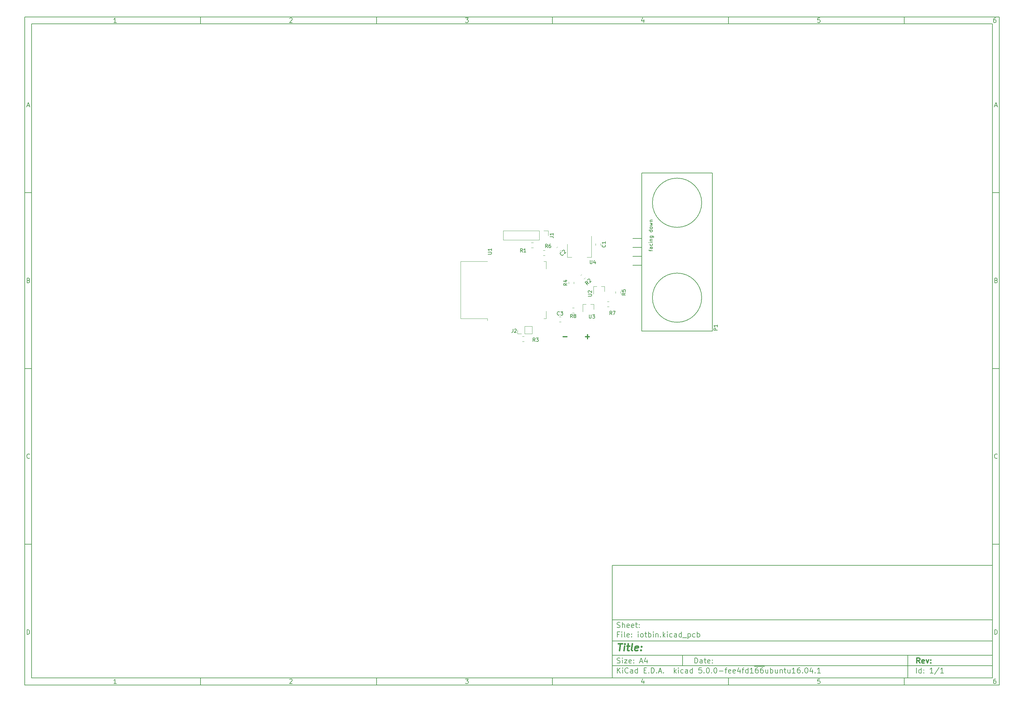
<source format=gbr>
G04 #@! TF.GenerationSoftware,KiCad,Pcbnew,5.0.0-fee4fd1~66~ubuntu16.04.1*
G04 #@! TF.CreationDate,2018-09-18T23:27:24+02:00*
G04 #@! TF.ProjectId,iotbin,696F7462696E2E6B696361645F706362,rev?*
G04 #@! TF.SameCoordinates,Original*
G04 #@! TF.FileFunction,Legend,Top*
G04 #@! TF.FilePolarity,Positive*
%FSLAX46Y46*%
G04 Gerber Fmt 4.6, Leading zero omitted, Abs format (unit mm)*
G04 Created by KiCad (PCBNEW 5.0.0-fee4fd1~66~ubuntu16.04.1) date Tue Sep 18 23:27:24 2018*
%MOMM*%
%LPD*%
G01*
G04 APERTURE LIST*
%ADD10C,0.100000*%
%ADD11C,0.150000*%
%ADD12C,0.300000*%
%ADD13C,0.400000*%
%ADD14C,0.120000*%
G04 APERTURE END LIST*
D10*
D11*
X177002200Y-166007200D02*
X177002200Y-198007200D01*
X285002200Y-198007200D01*
X285002200Y-166007200D01*
X177002200Y-166007200D01*
D10*
D11*
X10000000Y-10000000D02*
X10000000Y-200007200D01*
X287002200Y-200007200D01*
X287002200Y-10000000D01*
X10000000Y-10000000D01*
D10*
D11*
X12000000Y-12000000D02*
X12000000Y-198007200D01*
X285002200Y-198007200D01*
X285002200Y-12000000D01*
X12000000Y-12000000D01*
D10*
D11*
X60000000Y-12000000D02*
X60000000Y-10000000D01*
D10*
D11*
X110000000Y-12000000D02*
X110000000Y-10000000D01*
D10*
D11*
X160000000Y-12000000D02*
X160000000Y-10000000D01*
D10*
D11*
X210000000Y-12000000D02*
X210000000Y-10000000D01*
D10*
D11*
X260000000Y-12000000D02*
X260000000Y-10000000D01*
D10*
D11*
X36065476Y-11588095D02*
X35322619Y-11588095D01*
X35694047Y-11588095D02*
X35694047Y-10288095D01*
X35570238Y-10473809D01*
X35446428Y-10597619D01*
X35322619Y-10659523D01*
D10*
D11*
X85322619Y-10411904D02*
X85384523Y-10350000D01*
X85508333Y-10288095D01*
X85817857Y-10288095D01*
X85941666Y-10350000D01*
X86003571Y-10411904D01*
X86065476Y-10535714D01*
X86065476Y-10659523D01*
X86003571Y-10845238D01*
X85260714Y-11588095D01*
X86065476Y-11588095D01*
D10*
D11*
X135260714Y-10288095D02*
X136065476Y-10288095D01*
X135632142Y-10783333D01*
X135817857Y-10783333D01*
X135941666Y-10845238D01*
X136003571Y-10907142D01*
X136065476Y-11030952D01*
X136065476Y-11340476D01*
X136003571Y-11464285D01*
X135941666Y-11526190D01*
X135817857Y-11588095D01*
X135446428Y-11588095D01*
X135322619Y-11526190D01*
X135260714Y-11464285D01*
D10*
D11*
X185941666Y-10721428D02*
X185941666Y-11588095D01*
X185632142Y-10226190D02*
X185322619Y-11154761D01*
X186127380Y-11154761D01*
D10*
D11*
X236003571Y-10288095D02*
X235384523Y-10288095D01*
X235322619Y-10907142D01*
X235384523Y-10845238D01*
X235508333Y-10783333D01*
X235817857Y-10783333D01*
X235941666Y-10845238D01*
X236003571Y-10907142D01*
X236065476Y-11030952D01*
X236065476Y-11340476D01*
X236003571Y-11464285D01*
X235941666Y-11526190D01*
X235817857Y-11588095D01*
X235508333Y-11588095D01*
X235384523Y-11526190D01*
X235322619Y-11464285D01*
D10*
D11*
X285941666Y-10288095D02*
X285694047Y-10288095D01*
X285570238Y-10350000D01*
X285508333Y-10411904D01*
X285384523Y-10597619D01*
X285322619Y-10845238D01*
X285322619Y-11340476D01*
X285384523Y-11464285D01*
X285446428Y-11526190D01*
X285570238Y-11588095D01*
X285817857Y-11588095D01*
X285941666Y-11526190D01*
X286003571Y-11464285D01*
X286065476Y-11340476D01*
X286065476Y-11030952D01*
X286003571Y-10907142D01*
X285941666Y-10845238D01*
X285817857Y-10783333D01*
X285570238Y-10783333D01*
X285446428Y-10845238D01*
X285384523Y-10907142D01*
X285322619Y-11030952D01*
D10*
D11*
X60000000Y-198007200D02*
X60000000Y-200007200D01*
D10*
D11*
X110000000Y-198007200D02*
X110000000Y-200007200D01*
D10*
D11*
X160000000Y-198007200D02*
X160000000Y-200007200D01*
D10*
D11*
X210000000Y-198007200D02*
X210000000Y-200007200D01*
D10*
D11*
X260000000Y-198007200D02*
X260000000Y-200007200D01*
D10*
D11*
X36065476Y-199595295D02*
X35322619Y-199595295D01*
X35694047Y-199595295D02*
X35694047Y-198295295D01*
X35570238Y-198481009D01*
X35446428Y-198604819D01*
X35322619Y-198666723D01*
D10*
D11*
X85322619Y-198419104D02*
X85384523Y-198357200D01*
X85508333Y-198295295D01*
X85817857Y-198295295D01*
X85941666Y-198357200D01*
X86003571Y-198419104D01*
X86065476Y-198542914D01*
X86065476Y-198666723D01*
X86003571Y-198852438D01*
X85260714Y-199595295D01*
X86065476Y-199595295D01*
D10*
D11*
X135260714Y-198295295D02*
X136065476Y-198295295D01*
X135632142Y-198790533D01*
X135817857Y-198790533D01*
X135941666Y-198852438D01*
X136003571Y-198914342D01*
X136065476Y-199038152D01*
X136065476Y-199347676D01*
X136003571Y-199471485D01*
X135941666Y-199533390D01*
X135817857Y-199595295D01*
X135446428Y-199595295D01*
X135322619Y-199533390D01*
X135260714Y-199471485D01*
D10*
D11*
X185941666Y-198728628D02*
X185941666Y-199595295D01*
X185632142Y-198233390D02*
X185322619Y-199161961D01*
X186127380Y-199161961D01*
D10*
D11*
X236003571Y-198295295D02*
X235384523Y-198295295D01*
X235322619Y-198914342D01*
X235384523Y-198852438D01*
X235508333Y-198790533D01*
X235817857Y-198790533D01*
X235941666Y-198852438D01*
X236003571Y-198914342D01*
X236065476Y-199038152D01*
X236065476Y-199347676D01*
X236003571Y-199471485D01*
X235941666Y-199533390D01*
X235817857Y-199595295D01*
X235508333Y-199595295D01*
X235384523Y-199533390D01*
X235322619Y-199471485D01*
D10*
D11*
X285941666Y-198295295D02*
X285694047Y-198295295D01*
X285570238Y-198357200D01*
X285508333Y-198419104D01*
X285384523Y-198604819D01*
X285322619Y-198852438D01*
X285322619Y-199347676D01*
X285384523Y-199471485D01*
X285446428Y-199533390D01*
X285570238Y-199595295D01*
X285817857Y-199595295D01*
X285941666Y-199533390D01*
X286003571Y-199471485D01*
X286065476Y-199347676D01*
X286065476Y-199038152D01*
X286003571Y-198914342D01*
X285941666Y-198852438D01*
X285817857Y-198790533D01*
X285570238Y-198790533D01*
X285446428Y-198852438D01*
X285384523Y-198914342D01*
X285322619Y-199038152D01*
D10*
D11*
X10000000Y-60000000D02*
X12000000Y-60000000D01*
D10*
D11*
X10000000Y-110000000D02*
X12000000Y-110000000D01*
D10*
D11*
X10000000Y-160000000D02*
X12000000Y-160000000D01*
D10*
D11*
X10690476Y-35216666D02*
X11309523Y-35216666D01*
X10566666Y-35588095D02*
X11000000Y-34288095D01*
X11433333Y-35588095D01*
D10*
D11*
X11092857Y-84907142D02*
X11278571Y-84969047D01*
X11340476Y-85030952D01*
X11402380Y-85154761D01*
X11402380Y-85340476D01*
X11340476Y-85464285D01*
X11278571Y-85526190D01*
X11154761Y-85588095D01*
X10659523Y-85588095D01*
X10659523Y-84288095D01*
X11092857Y-84288095D01*
X11216666Y-84350000D01*
X11278571Y-84411904D01*
X11340476Y-84535714D01*
X11340476Y-84659523D01*
X11278571Y-84783333D01*
X11216666Y-84845238D01*
X11092857Y-84907142D01*
X10659523Y-84907142D01*
D10*
D11*
X11402380Y-135464285D02*
X11340476Y-135526190D01*
X11154761Y-135588095D01*
X11030952Y-135588095D01*
X10845238Y-135526190D01*
X10721428Y-135402380D01*
X10659523Y-135278571D01*
X10597619Y-135030952D01*
X10597619Y-134845238D01*
X10659523Y-134597619D01*
X10721428Y-134473809D01*
X10845238Y-134350000D01*
X11030952Y-134288095D01*
X11154761Y-134288095D01*
X11340476Y-134350000D01*
X11402380Y-134411904D01*
D10*
D11*
X10659523Y-185588095D02*
X10659523Y-184288095D01*
X10969047Y-184288095D01*
X11154761Y-184350000D01*
X11278571Y-184473809D01*
X11340476Y-184597619D01*
X11402380Y-184845238D01*
X11402380Y-185030952D01*
X11340476Y-185278571D01*
X11278571Y-185402380D01*
X11154761Y-185526190D01*
X10969047Y-185588095D01*
X10659523Y-185588095D01*
D10*
D11*
X287002200Y-60000000D02*
X285002200Y-60000000D01*
D10*
D11*
X287002200Y-110000000D02*
X285002200Y-110000000D01*
D10*
D11*
X287002200Y-160000000D02*
X285002200Y-160000000D01*
D10*
D11*
X285692676Y-35216666D02*
X286311723Y-35216666D01*
X285568866Y-35588095D02*
X286002200Y-34288095D01*
X286435533Y-35588095D01*
D10*
D11*
X286095057Y-84907142D02*
X286280771Y-84969047D01*
X286342676Y-85030952D01*
X286404580Y-85154761D01*
X286404580Y-85340476D01*
X286342676Y-85464285D01*
X286280771Y-85526190D01*
X286156961Y-85588095D01*
X285661723Y-85588095D01*
X285661723Y-84288095D01*
X286095057Y-84288095D01*
X286218866Y-84350000D01*
X286280771Y-84411904D01*
X286342676Y-84535714D01*
X286342676Y-84659523D01*
X286280771Y-84783333D01*
X286218866Y-84845238D01*
X286095057Y-84907142D01*
X285661723Y-84907142D01*
D10*
D11*
X286404580Y-135464285D02*
X286342676Y-135526190D01*
X286156961Y-135588095D01*
X286033152Y-135588095D01*
X285847438Y-135526190D01*
X285723628Y-135402380D01*
X285661723Y-135278571D01*
X285599819Y-135030952D01*
X285599819Y-134845238D01*
X285661723Y-134597619D01*
X285723628Y-134473809D01*
X285847438Y-134350000D01*
X286033152Y-134288095D01*
X286156961Y-134288095D01*
X286342676Y-134350000D01*
X286404580Y-134411904D01*
D10*
D11*
X285661723Y-185588095D02*
X285661723Y-184288095D01*
X285971247Y-184288095D01*
X286156961Y-184350000D01*
X286280771Y-184473809D01*
X286342676Y-184597619D01*
X286404580Y-184845238D01*
X286404580Y-185030952D01*
X286342676Y-185278571D01*
X286280771Y-185402380D01*
X286156961Y-185526190D01*
X285971247Y-185588095D01*
X285661723Y-185588095D01*
D10*
D11*
X200434342Y-193785771D02*
X200434342Y-192285771D01*
X200791485Y-192285771D01*
X201005771Y-192357200D01*
X201148628Y-192500057D01*
X201220057Y-192642914D01*
X201291485Y-192928628D01*
X201291485Y-193142914D01*
X201220057Y-193428628D01*
X201148628Y-193571485D01*
X201005771Y-193714342D01*
X200791485Y-193785771D01*
X200434342Y-193785771D01*
X202577200Y-193785771D02*
X202577200Y-193000057D01*
X202505771Y-192857200D01*
X202362914Y-192785771D01*
X202077200Y-192785771D01*
X201934342Y-192857200D01*
X202577200Y-193714342D02*
X202434342Y-193785771D01*
X202077200Y-193785771D01*
X201934342Y-193714342D01*
X201862914Y-193571485D01*
X201862914Y-193428628D01*
X201934342Y-193285771D01*
X202077200Y-193214342D01*
X202434342Y-193214342D01*
X202577200Y-193142914D01*
X203077200Y-192785771D02*
X203648628Y-192785771D01*
X203291485Y-192285771D02*
X203291485Y-193571485D01*
X203362914Y-193714342D01*
X203505771Y-193785771D01*
X203648628Y-193785771D01*
X204720057Y-193714342D02*
X204577200Y-193785771D01*
X204291485Y-193785771D01*
X204148628Y-193714342D01*
X204077200Y-193571485D01*
X204077200Y-193000057D01*
X204148628Y-192857200D01*
X204291485Y-192785771D01*
X204577200Y-192785771D01*
X204720057Y-192857200D01*
X204791485Y-193000057D01*
X204791485Y-193142914D01*
X204077200Y-193285771D01*
X205434342Y-193642914D02*
X205505771Y-193714342D01*
X205434342Y-193785771D01*
X205362914Y-193714342D01*
X205434342Y-193642914D01*
X205434342Y-193785771D01*
X205434342Y-192857200D02*
X205505771Y-192928628D01*
X205434342Y-193000057D01*
X205362914Y-192928628D01*
X205434342Y-192857200D01*
X205434342Y-193000057D01*
D10*
D11*
X177002200Y-194507200D02*
X285002200Y-194507200D01*
D10*
D11*
X178434342Y-196585771D02*
X178434342Y-195085771D01*
X179291485Y-196585771D02*
X178648628Y-195728628D01*
X179291485Y-195085771D02*
X178434342Y-195942914D01*
X179934342Y-196585771D02*
X179934342Y-195585771D01*
X179934342Y-195085771D02*
X179862914Y-195157200D01*
X179934342Y-195228628D01*
X180005771Y-195157200D01*
X179934342Y-195085771D01*
X179934342Y-195228628D01*
X181505771Y-196442914D02*
X181434342Y-196514342D01*
X181220057Y-196585771D01*
X181077200Y-196585771D01*
X180862914Y-196514342D01*
X180720057Y-196371485D01*
X180648628Y-196228628D01*
X180577200Y-195942914D01*
X180577200Y-195728628D01*
X180648628Y-195442914D01*
X180720057Y-195300057D01*
X180862914Y-195157200D01*
X181077200Y-195085771D01*
X181220057Y-195085771D01*
X181434342Y-195157200D01*
X181505771Y-195228628D01*
X182791485Y-196585771D02*
X182791485Y-195800057D01*
X182720057Y-195657200D01*
X182577200Y-195585771D01*
X182291485Y-195585771D01*
X182148628Y-195657200D01*
X182791485Y-196514342D02*
X182648628Y-196585771D01*
X182291485Y-196585771D01*
X182148628Y-196514342D01*
X182077200Y-196371485D01*
X182077200Y-196228628D01*
X182148628Y-196085771D01*
X182291485Y-196014342D01*
X182648628Y-196014342D01*
X182791485Y-195942914D01*
X184148628Y-196585771D02*
X184148628Y-195085771D01*
X184148628Y-196514342D02*
X184005771Y-196585771D01*
X183720057Y-196585771D01*
X183577200Y-196514342D01*
X183505771Y-196442914D01*
X183434342Y-196300057D01*
X183434342Y-195871485D01*
X183505771Y-195728628D01*
X183577200Y-195657200D01*
X183720057Y-195585771D01*
X184005771Y-195585771D01*
X184148628Y-195657200D01*
X186005771Y-195800057D02*
X186505771Y-195800057D01*
X186720057Y-196585771D02*
X186005771Y-196585771D01*
X186005771Y-195085771D01*
X186720057Y-195085771D01*
X187362914Y-196442914D02*
X187434342Y-196514342D01*
X187362914Y-196585771D01*
X187291485Y-196514342D01*
X187362914Y-196442914D01*
X187362914Y-196585771D01*
X188077200Y-196585771D02*
X188077200Y-195085771D01*
X188434342Y-195085771D01*
X188648628Y-195157200D01*
X188791485Y-195300057D01*
X188862914Y-195442914D01*
X188934342Y-195728628D01*
X188934342Y-195942914D01*
X188862914Y-196228628D01*
X188791485Y-196371485D01*
X188648628Y-196514342D01*
X188434342Y-196585771D01*
X188077200Y-196585771D01*
X189577200Y-196442914D02*
X189648628Y-196514342D01*
X189577200Y-196585771D01*
X189505771Y-196514342D01*
X189577200Y-196442914D01*
X189577200Y-196585771D01*
X190220057Y-196157200D02*
X190934342Y-196157200D01*
X190077200Y-196585771D02*
X190577200Y-195085771D01*
X191077200Y-196585771D01*
X191577200Y-196442914D02*
X191648628Y-196514342D01*
X191577200Y-196585771D01*
X191505771Y-196514342D01*
X191577200Y-196442914D01*
X191577200Y-196585771D01*
X194577200Y-196585771D02*
X194577200Y-195085771D01*
X194720057Y-196014342D02*
X195148628Y-196585771D01*
X195148628Y-195585771D02*
X194577200Y-196157200D01*
X195791485Y-196585771D02*
X195791485Y-195585771D01*
X195791485Y-195085771D02*
X195720057Y-195157200D01*
X195791485Y-195228628D01*
X195862914Y-195157200D01*
X195791485Y-195085771D01*
X195791485Y-195228628D01*
X197148628Y-196514342D02*
X197005771Y-196585771D01*
X196720057Y-196585771D01*
X196577200Y-196514342D01*
X196505771Y-196442914D01*
X196434342Y-196300057D01*
X196434342Y-195871485D01*
X196505771Y-195728628D01*
X196577200Y-195657200D01*
X196720057Y-195585771D01*
X197005771Y-195585771D01*
X197148628Y-195657200D01*
X198434342Y-196585771D02*
X198434342Y-195800057D01*
X198362914Y-195657200D01*
X198220057Y-195585771D01*
X197934342Y-195585771D01*
X197791485Y-195657200D01*
X198434342Y-196514342D02*
X198291485Y-196585771D01*
X197934342Y-196585771D01*
X197791485Y-196514342D01*
X197720057Y-196371485D01*
X197720057Y-196228628D01*
X197791485Y-196085771D01*
X197934342Y-196014342D01*
X198291485Y-196014342D01*
X198434342Y-195942914D01*
X199791485Y-196585771D02*
X199791485Y-195085771D01*
X199791485Y-196514342D02*
X199648628Y-196585771D01*
X199362914Y-196585771D01*
X199220057Y-196514342D01*
X199148628Y-196442914D01*
X199077200Y-196300057D01*
X199077200Y-195871485D01*
X199148628Y-195728628D01*
X199220057Y-195657200D01*
X199362914Y-195585771D01*
X199648628Y-195585771D01*
X199791485Y-195657200D01*
X202362914Y-195085771D02*
X201648628Y-195085771D01*
X201577200Y-195800057D01*
X201648628Y-195728628D01*
X201791485Y-195657200D01*
X202148628Y-195657200D01*
X202291485Y-195728628D01*
X202362914Y-195800057D01*
X202434342Y-195942914D01*
X202434342Y-196300057D01*
X202362914Y-196442914D01*
X202291485Y-196514342D01*
X202148628Y-196585771D01*
X201791485Y-196585771D01*
X201648628Y-196514342D01*
X201577200Y-196442914D01*
X203077200Y-196442914D02*
X203148628Y-196514342D01*
X203077200Y-196585771D01*
X203005771Y-196514342D01*
X203077200Y-196442914D01*
X203077200Y-196585771D01*
X204077200Y-195085771D02*
X204220057Y-195085771D01*
X204362914Y-195157200D01*
X204434342Y-195228628D01*
X204505771Y-195371485D01*
X204577200Y-195657200D01*
X204577200Y-196014342D01*
X204505771Y-196300057D01*
X204434342Y-196442914D01*
X204362914Y-196514342D01*
X204220057Y-196585771D01*
X204077200Y-196585771D01*
X203934342Y-196514342D01*
X203862914Y-196442914D01*
X203791485Y-196300057D01*
X203720057Y-196014342D01*
X203720057Y-195657200D01*
X203791485Y-195371485D01*
X203862914Y-195228628D01*
X203934342Y-195157200D01*
X204077200Y-195085771D01*
X205220057Y-196442914D02*
X205291485Y-196514342D01*
X205220057Y-196585771D01*
X205148628Y-196514342D01*
X205220057Y-196442914D01*
X205220057Y-196585771D01*
X206220057Y-195085771D02*
X206362914Y-195085771D01*
X206505771Y-195157200D01*
X206577200Y-195228628D01*
X206648628Y-195371485D01*
X206720057Y-195657200D01*
X206720057Y-196014342D01*
X206648628Y-196300057D01*
X206577200Y-196442914D01*
X206505771Y-196514342D01*
X206362914Y-196585771D01*
X206220057Y-196585771D01*
X206077200Y-196514342D01*
X206005771Y-196442914D01*
X205934342Y-196300057D01*
X205862914Y-196014342D01*
X205862914Y-195657200D01*
X205934342Y-195371485D01*
X206005771Y-195228628D01*
X206077200Y-195157200D01*
X206220057Y-195085771D01*
X207362914Y-196014342D02*
X208505771Y-196014342D01*
X209005771Y-195585771D02*
X209577200Y-195585771D01*
X209220057Y-196585771D02*
X209220057Y-195300057D01*
X209291485Y-195157200D01*
X209434342Y-195085771D01*
X209577200Y-195085771D01*
X210648628Y-196514342D02*
X210505771Y-196585771D01*
X210220057Y-196585771D01*
X210077200Y-196514342D01*
X210005771Y-196371485D01*
X210005771Y-195800057D01*
X210077200Y-195657200D01*
X210220057Y-195585771D01*
X210505771Y-195585771D01*
X210648628Y-195657200D01*
X210720057Y-195800057D01*
X210720057Y-195942914D01*
X210005771Y-196085771D01*
X211934342Y-196514342D02*
X211791485Y-196585771D01*
X211505771Y-196585771D01*
X211362914Y-196514342D01*
X211291485Y-196371485D01*
X211291485Y-195800057D01*
X211362914Y-195657200D01*
X211505771Y-195585771D01*
X211791485Y-195585771D01*
X211934342Y-195657200D01*
X212005771Y-195800057D01*
X212005771Y-195942914D01*
X211291485Y-196085771D01*
X213291485Y-195585771D02*
X213291485Y-196585771D01*
X212934342Y-195014342D02*
X212577200Y-196085771D01*
X213505771Y-196085771D01*
X213862914Y-195585771D02*
X214434342Y-195585771D01*
X214077200Y-196585771D02*
X214077200Y-195300057D01*
X214148628Y-195157200D01*
X214291485Y-195085771D01*
X214434342Y-195085771D01*
X215577200Y-196585771D02*
X215577200Y-195085771D01*
X215577200Y-196514342D02*
X215434342Y-196585771D01*
X215148628Y-196585771D01*
X215005771Y-196514342D01*
X214934342Y-196442914D01*
X214862914Y-196300057D01*
X214862914Y-195871485D01*
X214934342Y-195728628D01*
X215005771Y-195657200D01*
X215148628Y-195585771D01*
X215434342Y-195585771D01*
X215577200Y-195657200D01*
X217077200Y-196585771D02*
X216220057Y-196585771D01*
X216648628Y-196585771D02*
X216648628Y-195085771D01*
X216505771Y-195300057D01*
X216362914Y-195442914D01*
X216220057Y-195514342D01*
X217362914Y-194677200D02*
X218791485Y-194677200D01*
X218362914Y-195085771D02*
X218077200Y-195085771D01*
X217934342Y-195157200D01*
X217862914Y-195228628D01*
X217720057Y-195442914D01*
X217648628Y-195728628D01*
X217648628Y-196300057D01*
X217720057Y-196442914D01*
X217791485Y-196514342D01*
X217934342Y-196585771D01*
X218220057Y-196585771D01*
X218362914Y-196514342D01*
X218434342Y-196442914D01*
X218505771Y-196300057D01*
X218505771Y-195942914D01*
X218434342Y-195800057D01*
X218362914Y-195728628D01*
X218220057Y-195657200D01*
X217934342Y-195657200D01*
X217791485Y-195728628D01*
X217720057Y-195800057D01*
X217648628Y-195942914D01*
X218791485Y-194677200D02*
X220220057Y-194677200D01*
X219791485Y-195085771D02*
X219505771Y-195085771D01*
X219362914Y-195157200D01*
X219291485Y-195228628D01*
X219148628Y-195442914D01*
X219077200Y-195728628D01*
X219077200Y-196300057D01*
X219148628Y-196442914D01*
X219220057Y-196514342D01*
X219362914Y-196585771D01*
X219648628Y-196585771D01*
X219791485Y-196514342D01*
X219862914Y-196442914D01*
X219934342Y-196300057D01*
X219934342Y-195942914D01*
X219862914Y-195800057D01*
X219791485Y-195728628D01*
X219648628Y-195657200D01*
X219362914Y-195657200D01*
X219220057Y-195728628D01*
X219148628Y-195800057D01*
X219077200Y-195942914D01*
X221220057Y-195585771D02*
X221220057Y-196585771D01*
X220577200Y-195585771D02*
X220577200Y-196371485D01*
X220648628Y-196514342D01*
X220791485Y-196585771D01*
X221005771Y-196585771D01*
X221148628Y-196514342D01*
X221220057Y-196442914D01*
X221934342Y-196585771D02*
X221934342Y-195085771D01*
X221934342Y-195657200D02*
X222077200Y-195585771D01*
X222362914Y-195585771D01*
X222505771Y-195657200D01*
X222577200Y-195728628D01*
X222648628Y-195871485D01*
X222648628Y-196300057D01*
X222577200Y-196442914D01*
X222505771Y-196514342D01*
X222362914Y-196585771D01*
X222077200Y-196585771D01*
X221934342Y-196514342D01*
X223934342Y-195585771D02*
X223934342Y-196585771D01*
X223291485Y-195585771D02*
X223291485Y-196371485D01*
X223362914Y-196514342D01*
X223505771Y-196585771D01*
X223720057Y-196585771D01*
X223862914Y-196514342D01*
X223934342Y-196442914D01*
X224648628Y-195585771D02*
X224648628Y-196585771D01*
X224648628Y-195728628D02*
X224720057Y-195657200D01*
X224862914Y-195585771D01*
X225077200Y-195585771D01*
X225220057Y-195657200D01*
X225291485Y-195800057D01*
X225291485Y-196585771D01*
X225791485Y-195585771D02*
X226362914Y-195585771D01*
X226005771Y-195085771D02*
X226005771Y-196371485D01*
X226077200Y-196514342D01*
X226220057Y-196585771D01*
X226362914Y-196585771D01*
X227505771Y-195585771D02*
X227505771Y-196585771D01*
X226862914Y-195585771D02*
X226862914Y-196371485D01*
X226934342Y-196514342D01*
X227077200Y-196585771D01*
X227291485Y-196585771D01*
X227434342Y-196514342D01*
X227505771Y-196442914D01*
X229005771Y-196585771D02*
X228148628Y-196585771D01*
X228577200Y-196585771D02*
X228577200Y-195085771D01*
X228434342Y-195300057D01*
X228291485Y-195442914D01*
X228148628Y-195514342D01*
X230291485Y-195085771D02*
X230005771Y-195085771D01*
X229862914Y-195157200D01*
X229791485Y-195228628D01*
X229648628Y-195442914D01*
X229577200Y-195728628D01*
X229577200Y-196300057D01*
X229648628Y-196442914D01*
X229720057Y-196514342D01*
X229862914Y-196585771D01*
X230148628Y-196585771D01*
X230291485Y-196514342D01*
X230362914Y-196442914D01*
X230434342Y-196300057D01*
X230434342Y-195942914D01*
X230362914Y-195800057D01*
X230291485Y-195728628D01*
X230148628Y-195657200D01*
X229862914Y-195657200D01*
X229720057Y-195728628D01*
X229648628Y-195800057D01*
X229577200Y-195942914D01*
X231077200Y-196442914D02*
X231148628Y-196514342D01*
X231077200Y-196585771D01*
X231005771Y-196514342D01*
X231077200Y-196442914D01*
X231077200Y-196585771D01*
X232077200Y-195085771D02*
X232220057Y-195085771D01*
X232362914Y-195157200D01*
X232434342Y-195228628D01*
X232505771Y-195371485D01*
X232577200Y-195657200D01*
X232577200Y-196014342D01*
X232505771Y-196300057D01*
X232434342Y-196442914D01*
X232362914Y-196514342D01*
X232220057Y-196585771D01*
X232077200Y-196585771D01*
X231934342Y-196514342D01*
X231862914Y-196442914D01*
X231791485Y-196300057D01*
X231720057Y-196014342D01*
X231720057Y-195657200D01*
X231791485Y-195371485D01*
X231862914Y-195228628D01*
X231934342Y-195157200D01*
X232077200Y-195085771D01*
X233862914Y-195585771D02*
X233862914Y-196585771D01*
X233505771Y-195014342D02*
X233148628Y-196085771D01*
X234077200Y-196085771D01*
X234648628Y-196442914D02*
X234720057Y-196514342D01*
X234648628Y-196585771D01*
X234577200Y-196514342D01*
X234648628Y-196442914D01*
X234648628Y-196585771D01*
X236148628Y-196585771D02*
X235291485Y-196585771D01*
X235720057Y-196585771D02*
X235720057Y-195085771D01*
X235577200Y-195300057D01*
X235434342Y-195442914D01*
X235291485Y-195514342D01*
D10*
D11*
X177002200Y-191507200D02*
X285002200Y-191507200D01*
D10*
D12*
X264411485Y-193785771D02*
X263911485Y-193071485D01*
X263554342Y-193785771D02*
X263554342Y-192285771D01*
X264125771Y-192285771D01*
X264268628Y-192357200D01*
X264340057Y-192428628D01*
X264411485Y-192571485D01*
X264411485Y-192785771D01*
X264340057Y-192928628D01*
X264268628Y-193000057D01*
X264125771Y-193071485D01*
X263554342Y-193071485D01*
X265625771Y-193714342D02*
X265482914Y-193785771D01*
X265197200Y-193785771D01*
X265054342Y-193714342D01*
X264982914Y-193571485D01*
X264982914Y-193000057D01*
X265054342Y-192857200D01*
X265197200Y-192785771D01*
X265482914Y-192785771D01*
X265625771Y-192857200D01*
X265697200Y-193000057D01*
X265697200Y-193142914D01*
X264982914Y-193285771D01*
X266197200Y-192785771D02*
X266554342Y-193785771D01*
X266911485Y-192785771D01*
X267482914Y-193642914D02*
X267554342Y-193714342D01*
X267482914Y-193785771D01*
X267411485Y-193714342D01*
X267482914Y-193642914D01*
X267482914Y-193785771D01*
X267482914Y-192857200D02*
X267554342Y-192928628D01*
X267482914Y-193000057D01*
X267411485Y-192928628D01*
X267482914Y-192857200D01*
X267482914Y-193000057D01*
D10*
D11*
X178362914Y-193714342D02*
X178577200Y-193785771D01*
X178934342Y-193785771D01*
X179077200Y-193714342D01*
X179148628Y-193642914D01*
X179220057Y-193500057D01*
X179220057Y-193357200D01*
X179148628Y-193214342D01*
X179077200Y-193142914D01*
X178934342Y-193071485D01*
X178648628Y-193000057D01*
X178505771Y-192928628D01*
X178434342Y-192857200D01*
X178362914Y-192714342D01*
X178362914Y-192571485D01*
X178434342Y-192428628D01*
X178505771Y-192357200D01*
X178648628Y-192285771D01*
X179005771Y-192285771D01*
X179220057Y-192357200D01*
X179862914Y-193785771D02*
X179862914Y-192785771D01*
X179862914Y-192285771D02*
X179791485Y-192357200D01*
X179862914Y-192428628D01*
X179934342Y-192357200D01*
X179862914Y-192285771D01*
X179862914Y-192428628D01*
X180434342Y-192785771D02*
X181220057Y-192785771D01*
X180434342Y-193785771D01*
X181220057Y-193785771D01*
X182362914Y-193714342D02*
X182220057Y-193785771D01*
X181934342Y-193785771D01*
X181791485Y-193714342D01*
X181720057Y-193571485D01*
X181720057Y-193000057D01*
X181791485Y-192857200D01*
X181934342Y-192785771D01*
X182220057Y-192785771D01*
X182362914Y-192857200D01*
X182434342Y-193000057D01*
X182434342Y-193142914D01*
X181720057Y-193285771D01*
X183077200Y-193642914D02*
X183148628Y-193714342D01*
X183077200Y-193785771D01*
X183005771Y-193714342D01*
X183077200Y-193642914D01*
X183077200Y-193785771D01*
X183077200Y-192857200D02*
X183148628Y-192928628D01*
X183077200Y-193000057D01*
X183005771Y-192928628D01*
X183077200Y-192857200D01*
X183077200Y-193000057D01*
X184862914Y-193357200D02*
X185577200Y-193357200D01*
X184720057Y-193785771D02*
X185220057Y-192285771D01*
X185720057Y-193785771D01*
X186862914Y-192785771D02*
X186862914Y-193785771D01*
X186505771Y-192214342D02*
X186148628Y-193285771D01*
X187077200Y-193285771D01*
D10*
D11*
X263434342Y-196585771D02*
X263434342Y-195085771D01*
X264791485Y-196585771D02*
X264791485Y-195085771D01*
X264791485Y-196514342D02*
X264648628Y-196585771D01*
X264362914Y-196585771D01*
X264220057Y-196514342D01*
X264148628Y-196442914D01*
X264077200Y-196300057D01*
X264077200Y-195871485D01*
X264148628Y-195728628D01*
X264220057Y-195657200D01*
X264362914Y-195585771D01*
X264648628Y-195585771D01*
X264791485Y-195657200D01*
X265505771Y-196442914D02*
X265577200Y-196514342D01*
X265505771Y-196585771D01*
X265434342Y-196514342D01*
X265505771Y-196442914D01*
X265505771Y-196585771D01*
X265505771Y-195657200D02*
X265577200Y-195728628D01*
X265505771Y-195800057D01*
X265434342Y-195728628D01*
X265505771Y-195657200D01*
X265505771Y-195800057D01*
X268148628Y-196585771D02*
X267291485Y-196585771D01*
X267720057Y-196585771D02*
X267720057Y-195085771D01*
X267577200Y-195300057D01*
X267434342Y-195442914D01*
X267291485Y-195514342D01*
X269862914Y-195014342D02*
X268577200Y-196942914D01*
X271148628Y-196585771D02*
X270291485Y-196585771D01*
X270720057Y-196585771D02*
X270720057Y-195085771D01*
X270577200Y-195300057D01*
X270434342Y-195442914D01*
X270291485Y-195514342D01*
D10*
D11*
X177002200Y-187507200D02*
X285002200Y-187507200D01*
D10*
D13*
X178714580Y-188211961D02*
X179857438Y-188211961D01*
X179036009Y-190211961D02*
X179286009Y-188211961D01*
X180274104Y-190211961D02*
X180440771Y-188878628D01*
X180524104Y-188211961D02*
X180416961Y-188307200D01*
X180500295Y-188402438D01*
X180607438Y-188307200D01*
X180524104Y-188211961D01*
X180500295Y-188402438D01*
X181107438Y-188878628D02*
X181869342Y-188878628D01*
X181476485Y-188211961D02*
X181262200Y-189926247D01*
X181333628Y-190116723D01*
X181512200Y-190211961D01*
X181702676Y-190211961D01*
X182655057Y-190211961D02*
X182476485Y-190116723D01*
X182405057Y-189926247D01*
X182619342Y-188211961D01*
X184190771Y-190116723D02*
X183988390Y-190211961D01*
X183607438Y-190211961D01*
X183428866Y-190116723D01*
X183357438Y-189926247D01*
X183452676Y-189164342D01*
X183571723Y-188973866D01*
X183774104Y-188878628D01*
X184155057Y-188878628D01*
X184333628Y-188973866D01*
X184405057Y-189164342D01*
X184381247Y-189354819D01*
X183405057Y-189545295D01*
X185155057Y-190021485D02*
X185238390Y-190116723D01*
X185131247Y-190211961D01*
X185047914Y-190116723D01*
X185155057Y-190021485D01*
X185131247Y-190211961D01*
X185286009Y-188973866D02*
X185369342Y-189069104D01*
X185262200Y-189164342D01*
X185178866Y-189069104D01*
X185286009Y-188973866D01*
X185262200Y-189164342D01*
D10*
D11*
X178934342Y-185600057D02*
X178434342Y-185600057D01*
X178434342Y-186385771D02*
X178434342Y-184885771D01*
X179148628Y-184885771D01*
X179720057Y-186385771D02*
X179720057Y-185385771D01*
X179720057Y-184885771D02*
X179648628Y-184957200D01*
X179720057Y-185028628D01*
X179791485Y-184957200D01*
X179720057Y-184885771D01*
X179720057Y-185028628D01*
X180648628Y-186385771D02*
X180505771Y-186314342D01*
X180434342Y-186171485D01*
X180434342Y-184885771D01*
X181791485Y-186314342D02*
X181648628Y-186385771D01*
X181362914Y-186385771D01*
X181220057Y-186314342D01*
X181148628Y-186171485D01*
X181148628Y-185600057D01*
X181220057Y-185457200D01*
X181362914Y-185385771D01*
X181648628Y-185385771D01*
X181791485Y-185457200D01*
X181862914Y-185600057D01*
X181862914Y-185742914D01*
X181148628Y-185885771D01*
X182505771Y-186242914D02*
X182577200Y-186314342D01*
X182505771Y-186385771D01*
X182434342Y-186314342D01*
X182505771Y-186242914D01*
X182505771Y-186385771D01*
X182505771Y-185457200D02*
X182577200Y-185528628D01*
X182505771Y-185600057D01*
X182434342Y-185528628D01*
X182505771Y-185457200D01*
X182505771Y-185600057D01*
X184362914Y-186385771D02*
X184362914Y-185385771D01*
X184362914Y-184885771D02*
X184291485Y-184957200D01*
X184362914Y-185028628D01*
X184434342Y-184957200D01*
X184362914Y-184885771D01*
X184362914Y-185028628D01*
X185291485Y-186385771D02*
X185148628Y-186314342D01*
X185077200Y-186242914D01*
X185005771Y-186100057D01*
X185005771Y-185671485D01*
X185077200Y-185528628D01*
X185148628Y-185457200D01*
X185291485Y-185385771D01*
X185505771Y-185385771D01*
X185648628Y-185457200D01*
X185720057Y-185528628D01*
X185791485Y-185671485D01*
X185791485Y-186100057D01*
X185720057Y-186242914D01*
X185648628Y-186314342D01*
X185505771Y-186385771D01*
X185291485Y-186385771D01*
X186220057Y-185385771D02*
X186791485Y-185385771D01*
X186434342Y-184885771D02*
X186434342Y-186171485D01*
X186505771Y-186314342D01*
X186648628Y-186385771D01*
X186791485Y-186385771D01*
X187291485Y-186385771D02*
X187291485Y-184885771D01*
X187291485Y-185457200D02*
X187434342Y-185385771D01*
X187720057Y-185385771D01*
X187862914Y-185457200D01*
X187934342Y-185528628D01*
X188005771Y-185671485D01*
X188005771Y-186100057D01*
X187934342Y-186242914D01*
X187862914Y-186314342D01*
X187720057Y-186385771D01*
X187434342Y-186385771D01*
X187291485Y-186314342D01*
X188648628Y-186385771D02*
X188648628Y-185385771D01*
X188648628Y-184885771D02*
X188577200Y-184957200D01*
X188648628Y-185028628D01*
X188720057Y-184957200D01*
X188648628Y-184885771D01*
X188648628Y-185028628D01*
X189362914Y-185385771D02*
X189362914Y-186385771D01*
X189362914Y-185528628D02*
X189434342Y-185457200D01*
X189577200Y-185385771D01*
X189791485Y-185385771D01*
X189934342Y-185457200D01*
X190005771Y-185600057D01*
X190005771Y-186385771D01*
X190720057Y-186242914D02*
X190791485Y-186314342D01*
X190720057Y-186385771D01*
X190648628Y-186314342D01*
X190720057Y-186242914D01*
X190720057Y-186385771D01*
X191434342Y-186385771D02*
X191434342Y-184885771D01*
X191577200Y-185814342D02*
X192005771Y-186385771D01*
X192005771Y-185385771D02*
X191434342Y-185957200D01*
X192648628Y-186385771D02*
X192648628Y-185385771D01*
X192648628Y-184885771D02*
X192577200Y-184957200D01*
X192648628Y-185028628D01*
X192720057Y-184957200D01*
X192648628Y-184885771D01*
X192648628Y-185028628D01*
X194005771Y-186314342D02*
X193862914Y-186385771D01*
X193577200Y-186385771D01*
X193434342Y-186314342D01*
X193362914Y-186242914D01*
X193291485Y-186100057D01*
X193291485Y-185671485D01*
X193362914Y-185528628D01*
X193434342Y-185457200D01*
X193577200Y-185385771D01*
X193862914Y-185385771D01*
X194005771Y-185457200D01*
X195291485Y-186385771D02*
X195291485Y-185600057D01*
X195220057Y-185457200D01*
X195077200Y-185385771D01*
X194791485Y-185385771D01*
X194648628Y-185457200D01*
X195291485Y-186314342D02*
X195148628Y-186385771D01*
X194791485Y-186385771D01*
X194648628Y-186314342D01*
X194577200Y-186171485D01*
X194577200Y-186028628D01*
X194648628Y-185885771D01*
X194791485Y-185814342D01*
X195148628Y-185814342D01*
X195291485Y-185742914D01*
X196648628Y-186385771D02*
X196648628Y-184885771D01*
X196648628Y-186314342D02*
X196505771Y-186385771D01*
X196220057Y-186385771D01*
X196077200Y-186314342D01*
X196005771Y-186242914D01*
X195934342Y-186100057D01*
X195934342Y-185671485D01*
X196005771Y-185528628D01*
X196077200Y-185457200D01*
X196220057Y-185385771D01*
X196505771Y-185385771D01*
X196648628Y-185457200D01*
X197005771Y-186528628D02*
X198148628Y-186528628D01*
X198505771Y-185385771D02*
X198505771Y-186885771D01*
X198505771Y-185457200D02*
X198648628Y-185385771D01*
X198934342Y-185385771D01*
X199077200Y-185457200D01*
X199148628Y-185528628D01*
X199220057Y-185671485D01*
X199220057Y-186100057D01*
X199148628Y-186242914D01*
X199077200Y-186314342D01*
X198934342Y-186385771D01*
X198648628Y-186385771D01*
X198505771Y-186314342D01*
X200505771Y-186314342D02*
X200362914Y-186385771D01*
X200077200Y-186385771D01*
X199934342Y-186314342D01*
X199862914Y-186242914D01*
X199791485Y-186100057D01*
X199791485Y-185671485D01*
X199862914Y-185528628D01*
X199934342Y-185457200D01*
X200077200Y-185385771D01*
X200362914Y-185385771D01*
X200505771Y-185457200D01*
X201148628Y-186385771D02*
X201148628Y-184885771D01*
X201148628Y-185457200D02*
X201291485Y-185385771D01*
X201577200Y-185385771D01*
X201720057Y-185457200D01*
X201791485Y-185528628D01*
X201862914Y-185671485D01*
X201862914Y-186100057D01*
X201791485Y-186242914D01*
X201720057Y-186314342D01*
X201577200Y-186385771D01*
X201291485Y-186385771D01*
X201148628Y-186314342D01*
D10*
D11*
X177002200Y-181507200D02*
X285002200Y-181507200D01*
D10*
D11*
X178362914Y-183614342D02*
X178577200Y-183685771D01*
X178934342Y-183685771D01*
X179077200Y-183614342D01*
X179148628Y-183542914D01*
X179220057Y-183400057D01*
X179220057Y-183257200D01*
X179148628Y-183114342D01*
X179077200Y-183042914D01*
X178934342Y-182971485D01*
X178648628Y-182900057D01*
X178505771Y-182828628D01*
X178434342Y-182757200D01*
X178362914Y-182614342D01*
X178362914Y-182471485D01*
X178434342Y-182328628D01*
X178505771Y-182257200D01*
X178648628Y-182185771D01*
X179005771Y-182185771D01*
X179220057Y-182257200D01*
X179862914Y-183685771D02*
X179862914Y-182185771D01*
X180505771Y-183685771D02*
X180505771Y-182900057D01*
X180434342Y-182757200D01*
X180291485Y-182685771D01*
X180077200Y-182685771D01*
X179934342Y-182757200D01*
X179862914Y-182828628D01*
X181791485Y-183614342D02*
X181648628Y-183685771D01*
X181362914Y-183685771D01*
X181220057Y-183614342D01*
X181148628Y-183471485D01*
X181148628Y-182900057D01*
X181220057Y-182757200D01*
X181362914Y-182685771D01*
X181648628Y-182685771D01*
X181791485Y-182757200D01*
X181862914Y-182900057D01*
X181862914Y-183042914D01*
X181148628Y-183185771D01*
X183077200Y-183614342D02*
X182934342Y-183685771D01*
X182648628Y-183685771D01*
X182505771Y-183614342D01*
X182434342Y-183471485D01*
X182434342Y-182900057D01*
X182505771Y-182757200D01*
X182648628Y-182685771D01*
X182934342Y-182685771D01*
X183077200Y-182757200D01*
X183148628Y-182900057D01*
X183148628Y-183042914D01*
X182434342Y-183185771D01*
X183577200Y-182685771D02*
X184148628Y-182685771D01*
X183791485Y-182185771D02*
X183791485Y-183471485D01*
X183862914Y-183614342D01*
X184005771Y-183685771D01*
X184148628Y-183685771D01*
X184648628Y-183542914D02*
X184720057Y-183614342D01*
X184648628Y-183685771D01*
X184577200Y-183614342D01*
X184648628Y-183542914D01*
X184648628Y-183685771D01*
X184648628Y-182757200D02*
X184720057Y-182828628D01*
X184648628Y-182900057D01*
X184577200Y-182828628D01*
X184648628Y-182757200D01*
X184648628Y-182900057D01*
D10*
D11*
X197002200Y-191507200D02*
X197002200Y-194507200D01*
D10*
D11*
X261002200Y-191507200D02*
X261002200Y-198007200D01*
D12*
X169354571Y-100945142D02*
X170497428Y-100945142D01*
X169926000Y-101516571D02*
X169926000Y-100373714D01*
X163004571Y-100945142D02*
X164147428Y-100945142D01*
D14*
G04 #@! TO.C,U4*
X164230000Y-78364000D02*
X165490000Y-78364000D01*
X171050000Y-78364000D02*
X169790000Y-78364000D01*
X164230000Y-74604000D02*
X164230000Y-78364000D01*
X171050000Y-72354000D02*
X171050000Y-78364000D01*
G04 #@! TO.C,U3*
X171760000Y-91696000D02*
X171760000Y-93156000D01*
X168600000Y-91696000D02*
X168600000Y-93856000D01*
X168600000Y-91696000D02*
X169530000Y-91696000D01*
X171760000Y-91696000D02*
X170830000Y-91696000D01*
G04 #@! TO.C,U2*
X174808000Y-86616000D02*
X173878000Y-86616000D01*
X171648000Y-86616000D02*
X172578000Y-86616000D01*
X171648000Y-86616000D02*
X171648000Y-88776000D01*
X174808000Y-86616000D02*
X174808000Y-88076000D01*
G04 #@! TO.C,R8*
X166123252Y-94182000D02*
X165600748Y-94182000D01*
X166123252Y-92762000D02*
X165600748Y-92762000D01*
G04 #@! TO.C,R7*
X175506748Y-90984000D02*
X176029252Y-90984000D01*
X175506748Y-92404000D02*
X176029252Y-92404000D01*
G04 #@! TO.C,J1*
X145990000Y-70806000D02*
X145990000Y-73466000D01*
X156210000Y-70806000D02*
X145990000Y-70806000D01*
X156210000Y-73466000D02*
X145990000Y-73466000D01*
X156210000Y-70806000D02*
X156210000Y-73466000D01*
X157480000Y-70806000D02*
X158810000Y-70806000D01*
X158810000Y-70806000D02*
X158810000Y-72136000D01*
D11*
G04 #@! TO.C,P1*
X185400000Y-80639000D02*
X182860000Y-80639000D01*
X185400000Y-78099000D02*
X185400000Y-80639000D01*
X182860000Y-78099000D02*
X185400000Y-78099000D01*
X185400000Y-78099000D02*
X182860000Y-78099000D01*
X185400000Y-75559000D02*
X185400000Y-78099000D01*
X182860000Y-75559000D02*
X185400000Y-75559000D01*
X185400000Y-75559000D02*
X182860000Y-75559000D01*
X185400000Y-73019000D02*
X185400000Y-75559000D01*
X182860000Y-73019000D02*
X185400000Y-73019000D01*
X205400000Y-54350000D02*
X185400000Y-54350000D01*
X205400000Y-99350000D02*
X205400000Y-54350000D01*
X185400000Y-99350000D02*
X205400000Y-99350000D01*
X185400000Y-54350000D02*
X185400000Y-99350000D01*
X202400000Y-62850000D02*
G75*
G03X202400000Y-62850000I-7000000J0D01*
G01*
X202400000Y-89850000D02*
G75*
G03X202400000Y-89850000I-7000000J0D01*
G01*
D14*
G04 #@! TO.C,R6*
X157338748Y-76390000D02*
X157861252Y-76390000D01*
X157338748Y-77810000D02*
X157861252Y-77810000D01*
G04 #@! TO.C,J2*
X154190000Y-100120000D02*
X154190000Y-98000000D01*
X152130000Y-100120000D02*
X154190000Y-100120000D01*
X152130000Y-98000000D02*
X154190000Y-98000000D01*
X152130000Y-100120000D02*
X152130000Y-98000000D01*
X151130000Y-100120000D02*
X150070000Y-100120000D01*
X150070000Y-100120000D02*
X150070000Y-99060000D01*
G04 #@! TO.C,R5*
X179360000Y-88088748D02*
X179360000Y-88611252D01*
X177940000Y-88088748D02*
X177940000Y-88611252D01*
G04 #@! TO.C,R4*
X166064000Y-85859252D02*
X166064000Y-85336748D01*
X164644000Y-85859252D02*
X164644000Y-85336748D01*
G04 #@! TO.C,R2*
X168338687Y-83133221D02*
X167969221Y-83502687D01*
X169342779Y-84137313D02*
X168973313Y-84506779D01*
G04 #@! TO.C,R3*
X151899252Y-100890000D02*
X151376748Y-100890000D01*
X151899252Y-102310000D02*
X151376748Y-102310000D01*
G04 #@! TO.C,C3*
X161878922Y-96722000D02*
X162396078Y-96722000D01*
X161878922Y-95302000D02*
X162396078Y-95302000D01*
G04 #@! TO.C,C2*
X161478796Y-75261112D02*
X161113112Y-75626796D01*
X162482888Y-76265204D02*
X162117204Y-76630888D01*
G04 #@! TO.C,C1*
X172264000Y-74417422D02*
X172264000Y-74934578D01*
X173684000Y-74417422D02*
X173684000Y-74934578D01*
G04 #@! TO.C,U1*
X141550000Y-95750000D02*
X141550000Y-96360000D01*
X141550000Y-95750000D02*
X133930000Y-95750000D01*
X158170000Y-95750000D02*
X157550000Y-95750000D01*
X158170000Y-93630000D02*
X158170000Y-95750000D01*
X158170000Y-79510000D02*
X158170000Y-81630000D01*
X157550000Y-79510000D02*
X158170000Y-79510000D01*
X133930000Y-79510000D02*
X141550000Y-79510000D01*
X133930000Y-95750000D02*
X133930000Y-79510000D01*
G04 #@! TO.C,R1*
X153988748Y-75610000D02*
X154511252Y-75610000D01*
X153988748Y-74190000D02*
X154511252Y-74190000D01*
G04 #@! TO.C,U4*
D11*
X170688095Y-79208380D02*
X170688095Y-80017904D01*
X170735714Y-80113142D01*
X170783333Y-80160761D01*
X170878571Y-80208380D01*
X171069047Y-80208380D01*
X171164285Y-80160761D01*
X171211904Y-80113142D01*
X171259523Y-80017904D01*
X171259523Y-79208380D01*
X172164285Y-79541714D02*
X172164285Y-80208380D01*
X171926190Y-79160761D02*
X171688095Y-79875047D01*
X172307142Y-79875047D01*
G04 #@! TO.C,U3*
X170434095Y-94702380D02*
X170434095Y-95511904D01*
X170481714Y-95607142D01*
X170529333Y-95654761D01*
X170624571Y-95702380D01*
X170815047Y-95702380D01*
X170910285Y-95654761D01*
X170957904Y-95607142D01*
X171005523Y-95511904D01*
X171005523Y-94702380D01*
X171386476Y-94702380D02*
X172005523Y-94702380D01*
X171672190Y-95083333D01*
X171815047Y-95083333D01*
X171910285Y-95130952D01*
X171957904Y-95178571D01*
X172005523Y-95273809D01*
X172005523Y-95511904D01*
X171957904Y-95607142D01*
X171910285Y-95654761D01*
X171815047Y-95702380D01*
X171529333Y-95702380D01*
X171434095Y-95654761D01*
X171386476Y-95607142D01*
G04 #@! TO.C,U2*
X170140380Y-89407904D02*
X170949904Y-89407904D01*
X171045142Y-89360285D01*
X171092761Y-89312666D01*
X171140380Y-89217428D01*
X171140380Y-89026952D01*
X171092761Y-88931714D01*
X171045142Y-88884095D01*
X170949904Y-88836476D01*
X170140380Y-88836476D01*
X170235619Y-88407904D02*
X170188000Y-88360285D01*
X170140380Y-88265047D01*
X170140380Y-88026952D01*
X170188000Y-87931714D01*
X170235619Y-87884095D01*
X170330857Y-87836476D01*
X170426095Y-87836476D01*
X170568952Y-87884095D01*
X171140380Y-88455523D01*
X171140380Y-87836476D01*
G04 #@! TO.C,R8*
X165695333Y-95574380D02*
X165362000Y-95098190D01*
X165123904Y-95574380D02*
X165123904Y-94574380D01*
X165504857Y-94574380D01*
X165600095Y-94622000D01*
X165647714Y-94669619D01*
X165695333Y-94764857D01*
X165695333Y-94907714D01*
X165647714Y-95002952D01*
X165600095Y-95050571D01*
X165504857Y-95098190D01*
X165123904Y-95098190D01*
X166266761Y-95002952D02*
X166171523Y-94955333D01*
X166123904Y-94907714D01*
X166076285Y-94812476D01*
X166076285Y-94764857D01*
X166123904Y-94669619D01*
X166171523Y-94622000D01*
X166266761Y-94574380D01*
X166457238Y-94574380D01*
X166552476Y-94622000D01*
X166600095Y-94669619D01*
X166647714Y-94764857D01*
X166647714Y-94812476D01*
X166600095Y-94907714D01*
X166552476Y-94955333D01*
X166457238Y-95002952D01*
X166266761Y-95002952D01*
X166171523Y-95050571D01*
X166123904Y-95098190D01*
X166076285Y-95193428D01*
X166076285Y-95383904D01*
X166123904Y-95479142D01*
X166171523Y-95526761D01*
X166266761Y-95574380D01*
X166457238Y-95574380D01*
X166552476Y-95526761D01*
X166600095Y-95479142D01*
X166647714Y-95383904D01*
X166647714Y-95193428D01*
X166600095Y-95098190D01*
X166552476Y-95050571D01*
X166457238Y-95002952D01*
G04 #@! TO.C,R7*
X176871333Y-94686380D02*
X176538000Y-94210190D01*
X176299904Y-94686380D02*
X176299904Y-93686380D01*
X176680857Y-93686380D01*
X176776095Y-93734000D01*
X176823714Y-93781619D01*
X176871333Y-93876857D01*
X176871333Y-94019714D01*
X176823714Y-94114952D01*
X176776095Y-94162571D01*
X176680857Y-94210190D01*
X176299904Y-94210190D01*
X177204666Y-93686380D02*
X177871333Y-93686380D01*
X177442761Y-94686380D01*
G04 #@! TO.C,J1*
X159262380Y-72469333D02*
X159976666Y-72469333D01*
X160119523Y-72516952D01*
X160214761Y-72612190D01*
X160262380Y-72755047D01*
X160262380Y-72850285D01*
X160262380Y-71469333D02*
X160262380Y-72040761D01*
X160262380Y-71755047D02*
X159262380Y-71755047D01*
X159405238Y-71850285D01*
X159500476Y-71945523D01*
X159548095Y-72040761D01*
G04 #@! TO.C,P1*
X206852380Y-99088095D02*
X205852380Y-99088095D01*
X205852380Y-98707142D01*
X205900000Y-98611904D01*
X205947619Y-98564285D01*
X206042857Y-98516666D01*
X206185714Y-98516666D01*
X206280952Y-98564285D01*
X206328571Y-98611904D01*
X206376190Y-98707142D01*
X206376190Y-99088095D01*
X206852380Y-97564285D02*
X206852380Y-98135714D01*
X206852380Y-97850000D02*
X205852380Y-97850000D01*
X205995238Y-97945238D01*
X206090476Y-98040476D01*
X206138095Y-98135714D01*
X187725714Y-76606190D02*
X187725714Y-76225238D01*
X188392380Y-76463333D02*
X187535238Y-76463333D01*
X187440000Y-76415714D01*
X187392380Y-76320476D01*
X187392380Y-76225238D01*
X188392380Y-75463333D02*
X187868571Y-75463333D01*
X187773333Y-75510952D01*
X187725714Y-75606190D01*
X187725714Y-75796666D01*
X187773333Y-75891904D01*
X188344761Y-75463333D02*
X188392380Y-75558571D01*
X188392380Y-75796666D01*
X188344761Y-75891904D01*
X188249523Y-75939523D01*
X188154285Y-75939523D01*
X188059047Y-75891904D01*
X188011428Y-75796666D01*
X188011428Y-75558571D01*
X187963809Y-75463333D01*
X188344761Y-74558571D02*
X188392380Y-74653809D01*
X188392380Y-74844285D01*
X188344761Y-74939523D01*
X188297142Y-74987142D01*
X188201904Y-75034761D01*
X187916190Y-75034761D01*
X187820952Y-74987142D01*
X187773333Y-74939523D01*
X187725714Y-74844285D01*
X187725714Y-74653809D01*
X187773333Y-74558571D01*
X188392380Y-74130000D02*
X187725714Y-74130000D01*
X187392380Y-74130000D02*
X187440000Y-74177619D01*
X187487619Y-74130000D01*
X187440000Y-74082380D01*
X187392380Y-74130000D01*
X187487619Y-74130000D01*
X187725714Y-73653809D02*
X188392380Y-73653809D01*
X187820952Y-73653809D02*
X187773333Y-73606190D01*
X187725714Y-73510952D01*
X187725714Y-73368095D01*
X187773333Y-73272857D01*
X187868571Y-73225238D01*
X188392380Y-73225238D01*
X187725714Y-72320476D02*
X188535238Y-72320476D01*
X188630476Y-72368095D01*
X188678095Y-72415714D01*
X188725714Y-72510952D01*
X188725714Y-72653809D01*
X188678095Y-72749047D01*
X188344761Y-72320476D02*
X188392380Y-72415714D01*
X188392380Y-72606190D01*
X188344761Y-72701428D01*
X188297142Y-72749047D01*
X188201904Y-72796666D01*
X187916190Y-72796666D01*
X187820952Y-72749047D01*
X187773333Y-72701428D01*
X187725714Y-72606190D01*
X187725714Y-72415714D01*
X187773333Y-72320476D01*
X188392380Y-70653809D02*
X187392380Y-70653809D01*
X188344761Y-70653809D02*
X188392380Y-70749047D01*
X188392380Y-70939523D01*
X188344761Y-71034761D01*
X188297142Y-71082380D01*
X188201904Y-71130000D01*
X187916190Y-71130000D01*
X187820952Y-71082380D01*
X187773333Y-71034761D01*
X187725714Y-70939523D01*
X187725714Y-70749047D01*
X187773333Y-70653809D01*
X188392380Y-70034761D02*
X188344761Y-70130000D01*
X188297142Y-70177619D01*
X188201904Y-70225238D01*
X187916190Y-70225238D01*
X187820952Y-70177619D01*
X187773333Y-70130000D01*
X187725714Y-70034761D01*
X187725714Y-69891904D01*
X187773333Y-69796666D01*
X187820952Y-69749047D01*
X187916190Y-69701428D01*
X188201904Y-69701428D01*
X188297142Y-69749047D01*
X188344761Y-69796666D01*
X188392380Y-69891904D01*
X188392380Y-70034761D01*
X187725714Y-69368095D02*
X188392380Y-69177619D01*
X187916190Y-68987142D01*
X188392380Y-68796666D01*
X187725714Y-68606190D01*
X187725714Y-68225238D02*
X188392380Y-68225238D01*
X187820952Y-68225238D02*
X187773333Y-68177619D01*
X187725714Y-68082380D01*
X187725714Y-67939523D01*
X187773333Y-67844285D01*
X187868571Y-67796666D01*
X188392380Y-67796666D01*
G04 #@! TO.C,R6*
X158583333Y-75636380D02*
X158250000Y-75160190D01*
X158011904Y-75636380D02*
X158011904Y-74636380D01*
X158392857Y-74636380D01*
X158488095Y-74684000D01*
X158535714Y-74731619D01*
X158583333Y-74826857D01*
X158583333Y-74969714D01*
X158535714Y-75064952D01*
X158488095Y-75112571D01*
X158392857Y-75160190D01*
X158011904Y-75160190D01*
X159440476Y-74636380D02*
X159250000Y-74636380D01*
X159154761Y-74684000D01*
X159107142Y-74731619D01*
X159011904Y-74874476D01*
X158964285Y-75064952D01*
X158964285Y-75445904D01*
X159011904Y-75541142D01*
X159059523Y-75588761D01*
X159154761Y-75636380D01*
X159345238Y-75636380D01*
X159440476Y-75588761D01*
X159488095Y-75541142D01*
X159535714Y-75445904D01*
X159535714Y-75207809D01*
X159488095Y-75112571D01*
X159440476Y-75064952D01*
X159345238Y-75017333D01*
X159154761Y-75017333D01*
X159059523Y-75064952D01*
X159011904Y-75112571D01*
X158964285Y-75207809D01*
G04 #@! TO.C,J2*
X148764666Y-98766380D02*
X148764666Y-99480666D01*
X148717047Y-99623523D01*
X148621809Y-99718761D01*
X148478952Y-99766380D01*
X148383714Y-99766380D01*
X149193238Y-98861619D02*
X149240857Y-98814000D01*
X149336095Y-98766380D01*
X149574190Y-98766380D01*
X149669428Y-98814000D01*
X149717047Y-98861619D01*
X149764666Y-98956857D01*
X149764666Y-99052095D01*
X149717047Y-99194952D01*
X149145619Y-99766380D01*
X149764666Y-99766380D01*
G04 #@! TO.C,R5*
X180752380Y-88516666D02*
X180276190Y-88850000D01*
X180752380Y-89088095D02*
X179752380Y-89088095D01*
X179752380Y-88707142D01*
X179800000Y-88611904D01*
X179847619Y-88564285D01*
X179942857Y-88516666D01*
X180085714Y-88516666D01*
X180180952Y-88564285D01*
X180228571Y-88611904D01*
X180276190Y-88707142D01*
X180276190Y-89088095D01*
X179752380Y-87611904D02*
X179752380Y-88088095D01*
X180228571Y-88135714D01*
X180180952Y-88088095D01*
X180133333Y-87992857D01*
X180133333Y-87754761D01*
X180180952Y-87659523D01*
X180228571Y-87611904D01*
X180323809Y-87564285D01*
X180561904Y-87564285D01*
X180657142Y-87611904D01*
X180704761Y-87659523D01*
X180752380Y-87754761D01*
X180752380Y-87992857D01*
X180704761Y-88088095D01*
X180657142Y-88135714D01*
G04 #@! TO.C,R4*
X164156380Y-85764666D02*
X163680190Y-86098000D01*
X164156380Y-86336095D02*
X163156380Y-86336095D01*
X163156380Y-85955142D01*
X163204000Y-85859904D01*
X163251619Y-85812285D01*
X163346857Y-85764666D01*
X163489714Y-85764666D01*
X163584952Y-85812285D01*
X163632571Y-85859904D01*
X163680190Y-85955142D01*
X163680190Y-86336095D01*
X163489714Y-84907523D02*
X164156380Y-84907523D01*
X163108761Y-85145619D02*
X163823047Y-85383714D01*
X163823047Y-84764666D01*
G04 #@! TO.C,R2*
X170382030Y-85781732D02*
X169809610Y-85680717D01*
X169977969Y-86185793D02*
X169270862Y-85478687D01*
X169540236Y-85209312D01*
X169641251Y-85175641D01*
X169708595Y-85175641D01*
X169809610Y-85209312D01*
X169910625Y-85310328D01*
X169944297Y-85411343D01*
X169944297Y-85478687D01*
X169910625Y-85579702D01*
X169641251Y-85849076D01*
X170011641Y-84872595D02*
X170011641Y-84805251D01*
X170045312Y-84704236D01*
X170213671Y-84535877D01*
X170314687Y-84502206D01*
X170382030Y-84502206D01*
X170483045Y-84535877D01*
X170550389Y-84603221D01*
X170617732Y-84737908D01*
X170617732Y-85546030D01*
X171055465Y-85108297D01*
G04 #@! TO.C,R3*
X155027333Y-102306380D02*
X154694000Y-101830190D01*
X154455904Y-102306380D02*
X154455904Y-101306380D01*
X154836857Y-101306380D01*
X154932095Y-101354000D01*
X154979714Y-101401619D01*
X155027333Y-101496857D01*
X155027333Y-101639714D01*
X154979714Y-101734952D01*
X154932095Y-101782571D01*
X154836857Y-101830190D01*
X154455904Y-101830190D01*
X155360666Y-101306380D02*
X155979714Y-101306380D01*
X155646380Y-101687333D01*
X155789238Y-101687333D01*
X155884476Y-101734952D01*
X155932095Y-101782571D01*
X155979714Y-101877809D01*
X155979714Y-102115904D01*
X155932095Y-102211142D01*
X155884476Y-102258761D01*
X155789238Y-102306380D01*
X155503523Y-102306380D01*
X155408285Y-102258761D01*
X155360666Y-102211142D01*
G04 #@! TO.C,C3*
X161970833Y-94719142D02*
X161923214Y-94766761D01*
X161780357Y-94814380D01*
X161685119Y-94814380D01*
X161542261Y-94766761D01*
X161447023Y-94671523D01*
X161399404Y-94576285D01*
X161351785Y-94385809D01*
X161351785Y-94242952D01*
X161399404Y-94052476D01*
X161447023Y-93957238D01*
X161542261Y-93862000D01*
X161685119Y-93814380D01*
X161780357Y-93814380D01*
X161923214Y-93862000D01*
X161970833Y-93909619D01*
X162304166Y-93814380D02*
X162923214Y-93814380D01*
X162589880Y-94195333D01*
X162732738Y-94195333D01*
X162827976Y-94242952D01*
X162875595Y-94290571D01*
X162923214Y-94385809D01*
X162923214Y-94623904D01*
X162875595Y-94719142D01*
X162827976Y-94766761D01*
X162732738Y-94814380D01*
X162447023Y-94814380D01*
X162351785Y-94766761D01*
X162304166Y-94719142D01*
G04 #@! TO.C,C2*
X163099413Y-77483115D02*
X163099413Y-77550458D01*
X163032069Y-77685145D01*
X162964726Y-77752489D01*
X162830038Y-77819832D01*
X162695351Y-77819832D01*
X162594336Y-77786161D01*
X162425977Y-77685145D01*
X162324962Y-77584130D01*
X162223947Y-77415771D01*
X162190275Y-77314756D01*
X162190275Y-77180069D01*
X162257619Y-77045382D01*
X162324962Y-76978038D01*
X162459649Y-76910695D01*
X162526993Y-76910695D01*
X162796367Y-76641321D02*
X162796367Y-76573977D01*
X162830038Y-76472962D01*
X162998397Y-76304603D01*
X163099413Y-76270932D01*
X163166756Y-76270932D01*
X163267771Y-76304603D01*
X163335115Y-76371947D01*
X163402458Y-76506634D01*
X163402458Y-77314756D01*
X163840191Y-76877023D01*
G04 #@! TO.C,C1*
X174981142Y-74842666D02*
X175028761Y-74890285D01*
X175076380Y-75033142D01*
X175076380Y-75128380D01*
X175028761Y-75271238D01*
X174933523Y-75366476D01*
X174838285Y-75414095D01*
X174647809Y-75461714D01*
X174504952Y-75461714D01*
X174314476Y-75414095D01*
X174219238Y-75366476D01*
X174124000Y-75271238D01*
X174076380Y-75128380D01*
X174076380Y-75033142D01*
X174124000Y-74890285D01*
X174171619Y-74842666D01*
X175076380Y-73890285D02*
X175076380Y-74461714D01*
X175076380Y-74176000D02*
X174076380Y-74176000D01*
X174219238Y-74271238D01*
X174314476Y-74366476D01*
X174362095Y-74461714D01*
G04 #@! TO.C,U1*
X141692380Y-77469904D02*
X142501904Y-77469904D01*
X142597142Y-77422285D01*
X142644761Y-77374666D01*
X142692380Y-77279428D01*
X142692380Y-77088952D01*
X142644761Y-76993714D01*
X142597142Y-76946095D01*
X142501904Y-76898476D01*
X141692380Y-76898476D01*
X142692380Y-75898476D02*
X142692380Y-76469904D01*
X142692380Y-76184190D02*
X141692380Y-76184190D01*
X141835238Y-76279428D01*
X141930476Y-76374666D01*
X141978095Y-76469904D01*
G04 #@! TO.C,R1*
X151471333Y-76906380D02*
X151138000Y-76430190D01*
X150899904Y-76906380D02*
X150899904Y-75906380D01*
X151280857Y-75906380D01*
X151376095Y-75954000D01*
X151423714Y-76001619D01*
X151471333Y-76096857D01*
X151471333Y-76239714D01*
X151423714Y-76334952D01*
X151376095Y-76382571D01*
X151280857Y-76430190D01*
X150899904Y-76430190D01*
X152423714Y-76906380D02*
X151852285Y-76906380D01*
X152138000Y-76906380D02*
X152138000Y-75906380D01*
X152042761Y-76049238D01*
X151947523Y-76144476D01*
X151852285Y-76192095D01*
G04 #@! TD*
M02*

</source>
